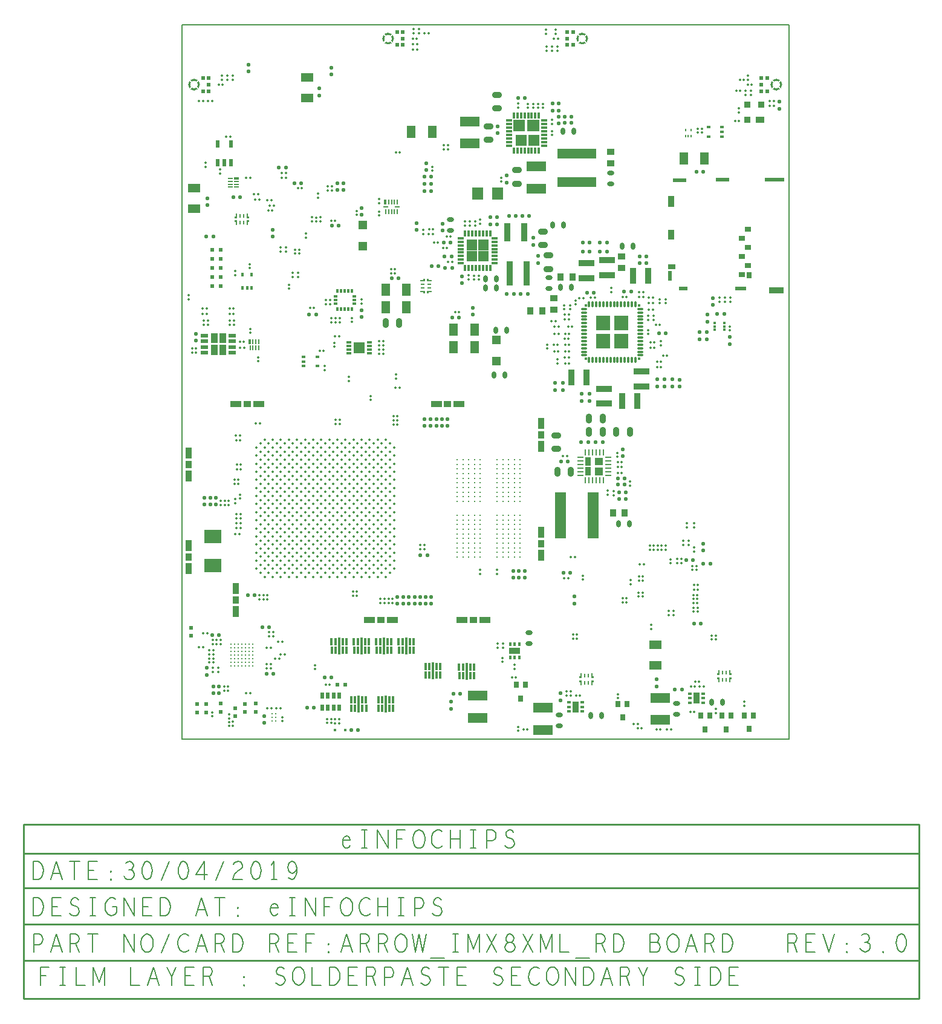
<source format=gbr>
G04 ================== begin FILE IDENTIFICATION RECORD ==================*
G04 Layout Name:  D:/ml/database/eI_Arrow_IMX8XML_RD_LAYOUT1.brd*
G04 Film Name:    spb.gbr*
G04 File Format:  Gerber RS274X*
G04 File Origin:  Cadence Allegro 17.2-S053*
G04 Origin Date:  Tue Jul 23 18:18:46 2019*
G04 *
G04 Layer:  DRAWING FORMAT/SPB*
G04 Layer:  DRAWING FORMAT/FILM_LABEL_OUTLINE*
G04 Layer:  PIN/PASTEMASK_BOTTOM*
G04 Layer:  PACKAGE GEOMETRY/PASTEMASK_BOTTOM*
G04 Layer:  BOARD GEOMETRY/PASTEMASK_BOTTOM*
G04 Layer:  BOARD GEOMETRY/OUTLINE*
G04 *
G04 Offset:    (0.00 0.00)*
G04 Mirror:    No*
G04 Mode:      Positive*
G04 Rotation:  0*
G04 FullContactRelief:  No*
G04 UndefLineWidth:     5.00*
G04 ================== end FILE IDENTIFICATION RECORD ====================*
%FSLAX25Y25*MOIN*%
%IR0*IPPOS*OFA0.00000B0.00000*MIA0B0*SFA1.00000B1.00000*%
%ADD91R,.035X.1*%
%ADD67R,.11X.055*%
%ADD11R,.107X.024*%
%ADD51C,.01*%
%ADD37C,.011*%
%ADD90R,.216X.055*%
%ADD36C,.014*%
%ADD30R,.008X.014*%
%ADD95R,.038X.134*%
%ADD93R,.062X.256*%
%ADD54R,.026X.009*%
%ADD52R,.009X.026*%
%ADD38R,.027X.009*%
%ADD83R,.012X.012*%
%ADD39R,.009X.027*%
%ADD63R,.033X.033*%
%ADD96R,.063X.063*%
%ADD42R,.01968X.008*%
%ADD47R,.008X.01968*%
%AMMACRO49*
4,1,6,-.008,.012,
.008,.012,
.008,.004,
0.0,.004,
0.0,-.012,
-.008,-.012,
-.008,.012,
0.0*
%
%ADD49MACRO49*%
%AMMACRO45*
4,1,6,.012,-.008,
.012,.008,
.004,.008,
.004,0.0,
-.012,0.0,
-.012,-.008,
.012,-.008,
0.0*
%
%ADD45MACRO45*%
%AMMACRO41*
4,1,6,-.012,-.008,
-.012,.008,
-.004,.008,
-.004,0.0,
.012,0.0,
.012,-.008,
-.012,-.008,
0.0*
%
%ADD41MACRO41*%
%AMMACRO43*
4,1,6,-.012,.008,
-.012,-.008,
-.004,-.008,
-.004,0.0,
.012,0.0,
.012,.008,
-.012,.008,
0.0*
%
%ADD43MACRO43*%
%ADD70O,.024X.02*%
%ADD24R,.012X.02*%
%ADD71O,.02X.024*%
%ADD23R,.02X.012*%
%ADD75O,.04X.024*%
%ADD98R,.041X.02*%
%ADD87R,.032X.012*%
%ADD81O,.011X.036*%
%ADD76O,.015X.014*%
%ADD74O,.024X.04*%
%ADD64R,.02X.032*%
%ADD33R,.02X.024*%
%ADD99R,.014X.022*%
%ADD86R,.012X.032*%
%ADD82O,.036X.011*%
%ADD77O,.014X.015*%
%ADD35R,.016X.02*%
%ADD32R,.024X.02*%
%ADD10R,.021X.024*%
%ADD101R,.022X.014*%
%ADD34R,.02X.016*%
%ADD29R,.024X.04*%
%ADD55R,.026X.013*%
%ADD100R,.062X.032*%
%ADD97R,.028X.012*%
%ADD61R,.016X.014*%
%ADD56R,.032X.044*%
%ADD53R,.013X.026*%
%ADD28R,.018X.012*%
%ADD102R,.032X.062*%
%ADD58R,.044X.032*%
%ADD40R,.013X.027*%
%ADD66O,.056X.035*%
%ADD65O,.035X.056*%
%ADD92R,.063X.071*%
%ADD78R,.05X.048*%
%ADD62R,.047X.033*%
%ADD73R,.039X.034*%
%ADD69R,.071X.047*%
%ADD57R,.032X.059*%
%ADD31R,.028X.035*%
%ADD80R,.03346X.01102*%
%ADD72R,.034X.039*%
%ADD68R,.047X.071*%
%ADD59R,.059X.032*%
%ADD79R,.01102X.03346*%
%ADD26R,.01181X.04213*%
%ADD94C,.008*%
%ADD12R,.079X.034*%
%ADD85R,.087X.036*%
%ADD22R,.03543X.0315*%
%ADD84R,.036X.087*%
%ADD60R,.095X.075*%
%ADD25R,.01772X.04213*%
%ADD19R,.04606X.02126*%
%ADD89R,.03365X.01181*%
%ADD88R,.01181X.03365*%
%ADD27R,.01181X.04528*%
%ADD17R,.02165X.05236*%
%ADD15R,.03583X.06024*%
%ADD14R,.0748X.02362*%
%ADD21R,.02953X.03543*%
%ADD16R,.03583X.05236*%
%ADD20R,.06299X.02126*%
%AMMACRO50*
4,1,6,.008,.012,
-.008,.012,
-.008,.004,
0.0,.004,
0.0,-.012,
.008,-.012,
.008,.012,
0.0*
%
%ADD50MACRO50*%
%ADD18R,.03858X.02756*%
%ADD13R,.0748X.01969*%
%AMMACRO46*
4,1,6,.008,-.012,
-.008,-.012,
-.008,-.004,
0.0,-.004,
0.0,.012,
.008,.012,
.008,-.012,
0.0*
%
%ADD46MACRO46*%
%AMMACRO48*
4,1,6,-.008,-.012,
.008,-.012,
.008,-.004,
0.0,-.004,
0.0,.012,
-.008,.012,
-.008,-.012,
0.0*
%
%ADD48MACRO48*%
%AMMACRO44*
4,1,6,.012,.008,
.012,-.008,
.004,-.008,
.004,0.0,
-.012,0.0,
-.012,.008,
.012,.008,
0.0*
%
%ADD44MACRO44*%
%ADD103C,.005*%
G75*
%LPD*%
G75*
G36*
G01X159000Y281500D02*
Y275100D01*
X165600D01*
Y281500D01*
X159000D01*
G37*
G36*
G01X151400D02*
Y275100D01*
X157800D01*
Y281500D01*
X151400D01*
G37*
G36*
G01X152800Y273200D02*
Y267100D01*
X158739D01*
Y273200D01*
X152800D01*
G37*
G36*
G01X159739D02*
Y267100D01*
X165600D01*
Y273200D01*
X159739D01*
G37*
G36*
G01X294255Y298339D02*
X295100Y299183D01*
G03X297434I1167J1733D01*
G01X298279Y298339D01*
G02X294255I-2012J2577D01*
G37*
G36*
G01X293690Y302928D02*
X294534Y302083D01*
G03Y299749I1733J-1167D01*
G01X293690Y298904D01*
G02Y302928I2577J2012D01*
G37*
G36*
G01X298279Y303493D02*
X297434Y302649D01*
G03X295100I-1167J-1733D01*
G01X294255Y303493D01*
G02X298279I2012J-2577D01*
G37*
G36*
G01X298844Y298904D02*
X298000Y299749D01*
G03Y302083I-1733J1167D01*
G01X298844Y302928D01*
G02Y298904I-2577J-2012D01*
G37*
G36*
G01X-22156D02*
X-23000Y299749D01*
G03Y302083I-1733J1167D01*
G01X-22156Y302928D01*
G02Y298904I-2577J-2012D01*
G37*
G36*
G01X-22721Y303493D02*
X-23566Y302649D01*
G03X-25900I-1167J-1733D01*
G01X-26745Y303493D01*
G02X-22721I2012J-2577D01*
G37*
G36*
G01X-27310Y302928D02*
X-26466Y302083D01*
G03Y299749I1733J-1167D01*
G01X-27310Y298904D01*
G02Y302928I2577J2012D01*
G37*
G36*
G01X-26745Y298339D02*
X-25900Y299183D01*
G03X-23566I1167J1733D01*
G01X-22721Y298339D01*
G02X-26745I-2012J2577D01*
G37*
G36*
G01X80255Y323723D02*
X81100Y324567D01*
G03X83434I1167J1733D01*
G01X84279Y323723D01*
G02X80255I-2012J2577D01*
G37*
G36*
G01X79690Y328312D02*
X80534Y327467D01*
G03Y325133I1733J-1167D01*
G01X79690Y324288D01*
G02Y328312I2577J2012D01*
G37*
G36*
G01X84279Y328877D02*
X83434Y328033D01*
G03X81100I-1167J-1733D01*
G01X80255Y328877D01*
G02X84279I2012J-2577D01*
G37*
G36*
G01X84844Y324288D02*
X84000Y325133D01*
G03Y327467I-1733J1167D01*
G01X84844Y328312D01*
G02Y324288I-2577J-2012D01*
G37*
G36*
G01X191844D02*
X191000Y325133D01*
G03Y327467I-1733J1167D01*
G01X191844Y328312D01*
G02Y324288I-2577J-2012D01*
G37*
G36*
G01X191279Y328877D02*
X190434Y328033D01*
G03X188100I-1167J-1733D01*
G01X187255Y328877D01*
G02X191279I2012J-2577D01*
G37*
G36*
G01X186690Y328312D02*
X187534Y327467D01*
G03Y325133I1733J-1167D01*
G01X186690Y324288D01*
G02Y328312I2577J2012D01*
G37*
G36*
G01X187255Y323723D02*
X188100Y324567D01*
G03X190434I1167J1733D01*
G01X191279Y323723D01*
G02X187255I-2012J2577D01*
G37*
G36*
G01X194034Y95418D02*
X191034D01*
Y90918D01*
X194034D01*
Y95418D01*
G37*
G36*
G01Y90117D02*
X191034D01*
Y85617D01*
X194034D01*
Y90117D01*
G37*
G36*
G01X206892Y155500D02*
X214500D01*
Y163466D01*
X206892D01*
Y155500D01*
G37*
G36*
G01Y165566D02*
X214500D01*
Y173500D01*
X206892D01*
Y165566D01*
G37*
G36*
G01X197000D02*
X204792D01*
Y173500D01*
X197000D01*
Y165566D01*
G37*
G36*
G01Y155500D02*
X204792D01*
Y163466D01*
X197000D01*
Y155500D01*
G37*
G36*
G01X-11783Y158416D02*
Y163816D01*
X-15383D01*
Y158416D01*
X-11783D01*
G37*
G36*
G01X-7189Y158414D02*
Y163814D01*
X-10789D01*
Y158414D01*
X-7189D01*
G37*
G36*
G01X-7191Y152011D02*
Y157411D01*
X-10791D01*
Y152011D01*
X-7191D01*
G37*
G36*
G01X-11783Y152008D02*
Y157408D01*
X-15383D01*
Y152008D01*
X-11783D01*
G37*
G36*
G01X196334Y85717D02*
Y89917D01*
X200734D01*
Y85717D01*
X196334D01*
G37*
G36*
G01X196331Y91118D02*
Y95318D01*
X200731D01*
Y91118D01*
X196331D01*
G37*
G36*
G01X131895Y209105D02*
X137604D01*
Y203396D01*
X131895D01*
Y209105D01*
G37*
G36*
G01Y215404D02*
X137604D01*
Y209695D01*
X131895D01*
Y215404D01*
G37*
G36*
G01X125596D02*
X131305D01*
Y209695D01*
X125596D01*
Y215404D01*
G37*
G36*
G01Y209105D02*
X131305D01*
Y203396D01*
X125596D01*
Y209105D01*
G37*
G54D100*
X152117Y-11084D03*
G54D101*
X248517Y-39743D03*
Y-37184D03*
Y-34625D03*
X255917D03*
Y-37184D03*
Y-39743D03*
X182017Y-44543D03*
Y-41984D03*
Y-39425D03*
X189417D03*
Y-41984D03*
Y-44543D03*
G54D102*
X252217Y-37184D03*
X185717Y-41984D03*
G54D103*
G01X302700Y-177034D02*
Y-167034D01*
X305825D01*
X306825Y-167534D01*
X307450Y-168201D01*
X307700Y-169534D01*
X307450Y-170867D01*
X306700Y-171701D01*
X305825Y-172201D01*
X302700D01*
G01X305825D02*
X307700Y-177034D01*
G01X317700D02*
X312700D01*
Y-167034D01*
X317700D01*
G01X315700Y-171867D02*
X312700D01*
G01X322075Y-167034D02*
X325200Y-177034D01*
X328325Y-167034D01*
G01X335200Y-177367D02*
X334950Y-177201D01*
Y-176867D01*
X335200Y-176701D01*
X335450Y-176867D01*
Y-177201D01*
X335200Y-177367D01*
G01Y-172868D02*
X334950Y-172701D01*
Y-172367D01*
X335200Y-172201D01*
X335450Y-172367D01*
Y-172701D01*
X335200Y-172868D01*
G01X342450Y-175034D02*
X343200Y-176201D01*
X344200Y-176867D01*
X345325Y-177034D01*
X346325Y-176867D01*
X347325Y-176034D01*
X347950Y-175034D01*
X348075Y-174034D01*
X347825Y-172868D01*
X346950Y-172034D01*
X346075Y-171701D01*
X344950D01*
G01X346075D02*
X346825Y-171201D01*
X347450Y-170368D01*
X347700Y-169367D01*
X347450Y-168367D01*
X346825Y-167534D01*
X345700Y-167034D01*
X344575Y-167201D01*
X343450Y-167867D01*
G01X355200Y-177367D02*
X354950Y-177201D01*
Y-176867D01*
X355200Y-176701D01*
X355450Y-176867D01*
Y-177201D01*
X355200Y-177367D01*
G01X365200Y-167034D02*
X364200Y-167367D01*
X363450Y-168201D01*
X362950Y-169201D01*
X362575Y-170534D01*
X362450Y-172034D01*
X362575Y-173534D01*
X362950Y-174867D01*
X363450Y-175868D01*
X364200Y-176701D01*
X365200Y-177034D01*
X366200Y-176701D01*
X366950Y-175868D01*
X367450Y-174867D01*
X367825Y-173534D01*
X367950Y-172034D01*
X367825Y-170534D01*
X367450Y-169201D01*
X366950Y-168201D01*
X366200Y-167367D01*
X365200Y-167034D01*
G01X-113321Y-137140D02*
Y-127140D01*
X-110821D01*
X-109821Y-127640D01*
X-109071Y-128307D01*
X-108446Y-129307D01*
X-107946Y-130474D01*
X-107821Y-132140D01*
X-107946Y-133807D01*
X-108446Y-134973D01*
X-109071Y-135974D01*
X-109821Y-136640D01*
X-110821Y-137140D01*
X-113321D01*
G01X-103696D02*
X-100571Y-127140D01*
X-97446Y-137140D01*
G01X-98571Y-133640D02*
X-102571D01*
G01X-90571Y-127140D02*
Y-137140D01*
G01X-93446Y-127140D02*
X-87696D01*
G01X-78071Y-137140D02*
X-83071D01*
Y-127140D01*
X-78071D01*
G01X-80071Y-131973D02*
X-83071D01*
G01X-70571Y-137473D02*
X-70821Y-137307D01*
Y-136973D01*
X-70571Y-136807D01*
X-70321Y-136973D01*
Y-137307D01*
X-70571Y-137473D01*
G01Y-132974D02*
X-70821Y-132807D01*
Y-132473D01*
X-70571Y-132307D01*
X-70321Y-132473D01*
Y-132807D01*
X-70571Y-132974D01*
G01X-63321Y-135140D02*
X-62571Y-136307D01*
X-61571Y-136973D01*
X-60446Y-137140D01*
X-59446Y-136973D01*
X-58446Y-136140D01*
X-57821Y-135140D01*
X-57696Y-134140D01*
X-57946Y-132974D01*
X-58821Y-132140D01*
X-59696Y-131807D01*
X-60821D01*
G01X-59696D02*
X-58946Y-131307D01*
X-58321Y-130474D01*
X-58071Y-129473D01*
X-58321Y-128473D01*
X-58946Y-127640D01*
X-60071Y-127140D01*
X-61196Y-127307D01*
X-62321Y-127973D01*
G01X-50571Y-127140D02*
X-51571Y-127473D01*
X-52321Y-128307D01*
X-52821Y-129307D01*
X-53196Y-130640D01*
X-53321Y-132140D01*
X-53196Y-133640D01*
X-52821Y-134973D01*
X-52321Y-135974D01*
X-51571Y-136807D01*
X-50571Y-137140D01*
X-49571Y-136807D01*
X-48821Y-135974D01*
X-48321Y-134973D01*
X-47946Y-133640D01*
X-47821Y-132140D01*
X-47946Y-130640D01*
X-48321Y-129307D01*
X-48821Y-128307D01*
X-49571Y-127473D01*
X-50571Y-127140D01*
G01X-42821Y-137473D02*
X-38321Y-127140D01*
G01X-30571D02*
X-31571Y-127473D01*
X-32321Y-128307D01*
X-32821Y-129307D01*
X-33196Y-130640D01*
X-33321Y-132140D01*
X-33196Y-133640D01*
X-32821Y-134973D01*
X-32321Y-135974D01*
X-31571Y-136807D01*
X-30571Y-137140D01*
X-29571Y-136807D01*
X-28821Y-135974D01*
X-28321Y-134973D01*
X-27946Y-133640D01*
X-27821Y-132140D01*
X-27946Y-130640D01*
X-28321Y-129307D01*
X-28821Y-128307D01*
X-29571Y-127473D01*
X-30571Y-127140D01*
G01X-19071Y-137140D02*
Y-127140D01*
X-23696Y-134307D01*
X-17446D01*
G01X-12821Y-137473D02*
X-8321Y-127140D01*
G01X-2946Y-128807D02*
X-2196Y-127807D01*
X-1321Y-127307D01*
X-321Y-127140D01*
X929Y-127473D01*
X1804Y-128307D01*
X2054Y-129307D01*
X1929Y-130307D01*
X1429Y-131140D01*
X-1071Y-132807D01*
X-2196Y-133973D01*
X-2946Y-135640D01*
X-3196Y-137140D01*
X2054D01*
G01X9429Y-127140D02*
X8429Y-127473D01*
X7679Y-128307D01*
X7179Y-129307D01*
X6804Y-130640D01*
X6679Y-132140D01*
X6804Y-133640D01*
X7179Y-134973D01*
X7679Y-135974D01*
X8429Y-136807D01*
X9429Y-137140D01*
X10429Y-136807D01*
X11179Y-135974D01*
X11679Y-134973D01*
X12054Y-133640D01*
X12179Y-132140D01*
X12054Y-130640D01*
X11679Y-129307D01*
X11179Y-128307D01*
X10429Y-127473D01*
X9429Y-127140D01*
G01X19429Y-137140D02*
Y-127140D01*
X17929Y-129140D01*
G01Y-137140D02*
X20929D01*
G01X27304Y-135974D02*
X28179Y-136807D01*
X29179Y-137140D01*
X30179Y-136807D01*
X31054Y-135807D01*
X31679Y-134307D01*
X31929Y-132807D01*
Y-130973D01*
X31679Y-129473D01*
X31054Y-128140D01*
X30304Y-127473D01*
X29429Y-127140D01*
X28429Y-127473D01*
X27679Y-128140D01*
X27179Y-129140D01*
X26929Y-130474D01*
X27179Y-131640D01*
X27804Y-132807D01*
X28554Y-133474D01*
X29429Y-133640D01*
X30429Y-133307D01*
X31179Y-132473D01*
X31929Y-130973D01*
G01X-113321Y-157140D02*
Y-147140D01*
X-110821D01*
X-109821Y-147640D01*
X-109071Y-148307D01*
X-108446Y-149307D01*
X-107946Y-150474D01*
X-107821Y-152140D01*
X-107946Y-153807D01*
X-108446Y-154973D01*
X-109071Y-155974D01*
X-109821Y-156640D01*
X-110821Y-157140D01*
X-113321D01*
G01X-98071D02*
X-103071D01*
Y-147140D01*
X-98071D01*
G01X-100071Y-151973D02*
X-103071D01*
G01X-93196Y-155807D02*
X-92196Y-156640D01*
X-91071Y-157140D01*
X-90071D01*
X-89071Y-156640D01*
X-88321Y-155807D01*
X-87946Y-154640D01*
X-88196Y-153474D01*
X-88821Y-152473D01*
X-89946Y-151807D01*
X-91446Y-151473D01*
X-92321Y-150807D01*
X-92696Y-149640D01*
X-92446Y-148473D01*
X-91821Y-147640D01*
X-90946Y-147140D01*
X-90071D01*
X-89196Y-147473D01*
X-88446Y-148307D01*
G01X-82071Y-147140D02*
X-79071D01*
G01X-80571D02*
Y-157140D01*
G01X-82071D02*
X-79071D01*
G01X-69821Y-152140D02*
X-67321D01*
Y-155140D01*
X-68071Y-156140D01*
X-68946Y-156807D01*
X-70196Y-157140D01*
X-71446Y-156807D01*
X-72321Y-156140D01*
X-73071Y-155140D01*
X-73571Y-153973D01*
X-73821Y-152640D01*
Y-151473D01*
X-73571Y-150474D01*
X-73071Y-149307D01*
X-72321Y-148307D01*
X-71571Y-147640D01*
X-70571Y-147140D01*
X-69696D01*
X-68696Y-147473D01*
X-67946Y-148140D01*
G01X-63446Y-157140D02*
Y-147140D01*
X-57696Y-157140D01*
Y-147140D01*
G01X-48071Y-157140D02*
X-53071D01*
Y-147140D01*
X-48071D01*
G01X-50071Y-151973D02*
X-53071D01*
G01X-43321Y-157140D02*
Y-147140D01*
X-40821D01*
X-39821Y-147640D01*
X-39071Y-148307D01*
X-38446Y-149307D01*
X-37946Y-150474D01*
X-37821Y-152140D01*
X-37946Y-153807D01*
X-38446Y-154973D01*
X-39071Y-155974D01*
X-39821Y-156640D01*
X-40821Y-157140D01*
X-43321D01*
G01X-23696D02*
X-20571Y-147140D01*
X-17446Y-157140D01*
G01X-18571Y-153640D02*
X-22571D01*
G01X-10571Y-147140D02*
Y-157140D01*
G01X-13446Y-147140D02*
X-7696D01*
G01X-571Y-157473D02*
X-821Y-157307D01*
Y-156973D01*
X-571Y-156807D01*
X-321Y-156973D01*
Y-157307D01*
X-571Y-157473D01*
G01Y-152974D02*
X-821Y-152807D01*
Y-152473D01*
X-571Y-152307D01*
X-321Y-152473D01*
Y-152807D01*
X-571Y-152974D01*
G01X17554Y-152640D02*
X21554D01*
X21179Y-151473D01*
X20554Y-150807D01*
X19679Y-150474D01*
X18804Y-150640D01*
X18054Y-151140D01*
X17554Y-152307D01*
X17304Y-153307D01*
Y-154307D01*
X17554Y-155307D01*
X18179Y-156307D01*
X18929Y-156973D01*
X19804Y-157140D01*
X20679Y-156807D01*
X21554Y-155807D01*
G01X27929Y-147140D02*
X30929D01*
G01X29429D02*
Y-157140D01*
G01X27929D02*
X30929D01*
G01X36554D02*
Y-147140D01*
X42304Y-157140D01*
Y-147140D01*
G01X47054Y-157140D02*
Y-147140D01*
X51804D01*
G01X50054Y-151973D02*
X47054D01*
G01X59429Y-157140D02*
X58429Y-156973D01*
X57554Y-156307D01*
X56804Y-155307D01*
X56304Y-154140D01*
X56054Y-152807D01*
Y-151473D01*
X56304Y-150140D01*
X56804Y-148973D01*
X57554Y-147973D01*
X58429Y-147307D01*
X59429Y-147140D01*
X60429Y-147307D01*
X61304Y-147973D01*
X62054Y-148973D01*
X62554Y-150140D01*
X62804Y-151473D01*
Y-152807D01*
X62554Y-154140D01*
X62054Y-155307D01*
X61304Y-156307D01*
X60429Y-156973D01*
X59429Y-157140D01*
G01X72179Y-147973D02*
X71429Y-147473D01*
X70554Y-147140D01*
X69554D01*
X68429Y-147640D01*
X67554Y-148473D01*
X66929Y-149473D01*
X66429Y-151140D01*
X66304Y-152640D01*
X66554Y-154140D01*
X66929Y-155140D01*
X67679Y-156140D01*
X68554Y-156807D01*
X69429Y-157140D01*
X70304D01*
X71179Y-156807D01*
X71929Y-156307D01*
X72554Y-155640D01*
G01X76804Y-157140D02*
Y-147140D01*
G01X82054D02*
Y-157140D01*
G01Y-152140D02*
X76804D01*
G01X87929Y-147140D02*
X90929D01*
G01X89429D02*
Y-157140D01*
G01X87929D02*
X90929D01*
G01X96929D02*
Y-147140D01*
X99929D01*
X100929Y-147640D01*
X101679Y-148807D01*
X101929Y-150140D01*
X101679Y-151473D01*
X101054Y-152473D01*
X99929Y-152974D01*
X96929D01*
G01X106804Y-155807D02*
X107804Y-156640D01*
X108929Y-157140D01*
X109929D01*
X110929Y-156640D01*
X111679Y-155807D01*
X112054Y-154640D01*
X111804Y-153474D01*
X111179Y-152473D01*
X110054Y-151807D01*
X108554Y-151473D01*
X107679Y-150807D01*
X107304Y-149640D01*
X107554Y-148473D01*
X108179Y-147640D01*
X109054Y-147140D01*
X109929D01*
X110804Y-147473D01*
X111554Y-148307D01*
G01X-113071Y-177140D02*
Y-167140D01*
X-110071D01*
X-109071Y-167640D01*
X-108321Y-168807D01*
X-108071Y-170140D01*
X-108321Y-171473D01*
X-108946Y-172473D01*
X-110071Y-172974D01*
X-113071D01*
G01X-103696Y-177140D02*
X-100571Y-167140D01*
X-97446Y-177140D01*
G01X-98571Y-173640D02*
X-102571D01*
G01X-93071Y-177140D02*
Y-167140D01*
X-89946D01*
X-88946Y-167640D01*
X-88321Y-168307D01*
X-88071Y-169640D01*
X-88321Y-170973D01*
X-89071Y-171807D01*
X-89946Y-172307D01*
X-93071D01*
G01X-89946D02*
X-88071Y-177140D01*
G01X-80571Y-167140D02*
Y-177140D01*
G01X-83446Y-167140D02*
X-77696D01*
G01X-63446Y-177140D02*
Y-167140D01*
X-57696Y-177140D01*
Y-167140D01*
G01X-50571Y-177140D02*
X-51571Y-176973D01*
X-52446Y-176307D01*
X-53196Y-175307D01*
X-53696Y-174140D01*
X-53946Y-172807D01*
Y-171473D01*
X-53696Y-170140D01*
X-53196Y-168973D01*
X-52446Y-167973D01*
X-51571Y-167307D01*
X-50571Y-167140D01*
X-49571Y-167307D01*
X-48696Y-167973D01*
X-47946Y-168973D01*
X-47446Y-170140D01*
X-47196Y-171473D01*
Y-172807D01*
X-47446Y-174140D01*
X-47946Y-175307D01*
X-48696Y-176307D01*
X-49571Y-176973D01*
X-50571Y-177140D01*
G01X-42821Y-177473D02*
X-38321Y-167140D01*
G01X-27821Y-167973D02*
X-28571Y-167473D01*
X-29446Y-167140D01*
X-30446D01*
X-31571Y-167640D01*
X-32446Y-168473D01*
X-33071Y-169473D01*
X-33571Y-171140D01*
X-33696Y-172640D01*
X-33446Y-174140D01*
X-33071Y-175140D01*
X-32321Y-176140D01*
X-31446Y-176807D01*
X-30571Y-177140D01*
X-29696D01*
X-28821Y-176807D01*
X-28071Y-176307D01*
X-27446Y-175640D01*
G01X-23696Y-177140D02*
X-20571Y-167140D01*
X-17446Y-177140D01*
G01X-18571Y-173640D02*
X-22571D01*
G01X-13071Y-177140D02*
Y-167140D01*
X-9946D01*
X-8946Y-167640D01*
X-8321Y-168307D01*
X-8071Y-169640D01*
X-8321Y-170973D01*
X-9071Y-171807D01*
X-9946Y-172307D01*
X-13071D01*
G01X-9946D02*
X-8071Y-177140D01*
G01X-3321D02*
Y-167140D01*
X-821D01*
X179Y-167640D01*
X929Y-168307D01*
X1554Y-169307D01*
X2054Y-170474D01*
X2179Y-172140D01*
X2054Y-173807D01*
X1554Y-174973D01*
X929Y-175974D01*
X179Y-176640D01*
X-821Y-177140D01*
X-3321D01*
G01X16929D02*
Y-167140D01*
X20054D01*
X21054Y-167640D01*
X21679Y-168307D01*
X21929Y-169640D01*
X21679Y-170973D01*
X20929Y-171807D01*
X20054Y-172307D01*
X16929D01*
G01X20054D02*
X21929Y-177140D01*
G01X31929D02*
X26929D01*
Y-167140D01*
X31929D01*
G01X29929Y-171973D02*
X26929D01*
G01X37054Y-177140D02*
Y-167140D01*
X41804D01*
G01X40054Y-171973D02*
X37054D01*
G01X49429Y-177473D02*
X49179Y-177307D01*
Y-176973D01*
X49429Y-176807D01*
X49679Y-176973D01*
Y-177307D01*
X49429Y-177473D01*
G01Y-172974D02*
X49179Y-172807D01*
Y-172473D01*
X49429Y-172307D01*
X49679Y-172473D01*
Y-172807D01*
X49429Y-172974D01*
G01X56304Y-177140D02*
X59429Y-167140D01*
X62554Y-177140D01*
G01X61429Y-173640D02*
X57429D01*
G01X66929Y-177140D02*
Y-167140D01*
X70054D01*
X71054Y-167640D01*
X71679Y-168307D01*
X71929Y-169640D01*
X71679Y-170973D01*
X70929Y-171807D01*
X70054Y-172307D01*
X66929D01*
G01X70054D02*
X71929Y-177140D01*
G01X76929D02*
Y-167140D01*
X80054D01*
X81054Y-167640D01*
X81679Y-168307D01*
X81929Y-169640D01*
X81679Y-170973D01*
X80929Y-171807D01*
X80054Y-172307D01*
X76929D01*
G01X80054D02*
X81929Y-177140D01*
G01X89429D02*
X88429Y-176973D01*
X87554Y-176307D01*
X86804Y-175307D01*
X86304Y-174140D01*
X86054Y-172807D01*
Y-171473D01*
X86304Y-170140D01*
X86804Y-168973D01*
X87554Y-167973D01*
X88429Y-167307D01*
X89429Y-167140D01*
X90429Y-167307D01*
X91304Y-167973D01*
X92054Y-168973D01*
X92554Y-170140D01*
X92804Y-171473D01*
Y-172807D01*
X92554Y-174140D01*
X92054Y-175307D01*
X91304Y-176307D01*
X90429Y-176973D01*
X89429Y-177140D01*
G01X95679Y-167140D02*
X97429Y-177140D01*
X99429Y-167140D01*
X101429Y-177140D01*
X103179Y-167140D01*
G01X105679Y-180473D02*
X113179D01*
G01X117929Y-167140D02*
X120929D01*
G01X119429D02*
Y-177140D01*
G01X117929D02*
X120929D01*
G01X126179D02*
Y-167140D01*
X129429Y-175473D01*
X132679Y-167140D01*
Y-177140D01*
G01X136804D02*
X142054Y-167140D01*
G01X136804D02*
X142054Y-177140D01*
G01X149429D02*
X150304Y-176973D01*
X151304Y-176473D01*
X151929Y-175640D01*
X152179Y-174473D01*
X151929Y-173307D01*
X151179Y-172307D01*
X150054Y-171807D01*
X148804D01*
X148054Y-171473D01*
X147429Y-170640D01*
X147179Y-169473D01*
X147554Y-168307D01*
X148429Y-167473D01*
X149429Y-167140D01*
X150429Y-167473D01*
X151304Y-168307D01*
X151679Y-169473D01*
X151429Y-170640D01*
X150804Y-171473D01*
X150054Y-171807D01*
X148804D01*
X147679Y-172307D01*
X146929Y-173307D01*
X146679Y-174473D01*
X146929Y-175640D01*
X147554Y-176473D01*
X148554Y-176973D01*
X149429Y-177140D01*
G01X156804D02*
X162054Y-167140D01*
G01X156804D02*
X162054Y-177140D01*
G01X166179D02*
Y-167140D01*
X169429Y-175473D01*
X172679Y-167140D01*
Y-177140D01*
G01X176929Y-167140D02*
Y-177140D01*
X181929D01*
G01X185679Y-180473D02*
X193179D01*
G01X196929Y-177140D02*
Y-167140D01*
X200054D01*
X201054Y-167640D01*
X201679Y-168307D01*
X201929Y-169640D01*
X201679Y-170973D01*
X200929Y-171807D01*
X200054Y-172307D01*
X196929D01*
G01X200054D02*
X201929Y-177140D01*
G01X206679D02*
Y-167140D01*
X209179D01*
X210179Y-167640D01*
X210929Y-168307D01*
X211554Y-169307D01*
X212054Y-170474D01*
X212179Y-172140D01*
X212054Y-173807D01*
X211554Y-174973D01*
X210929Y-175974D01*
X210179Y-176640D01*
X209179Y-177140D01*
X206679D01*
G01X230429Y-171807D02*
X230929Y-171307D01*
X231304Y-170474D01*
X231554Y-169307D01*
X231304Y-168307D01*
X230804Y-167640D01*
X229929Y-167140D01*
X226554D01*
Y-177140D01*
X230679D01*
X231554Y-176473D01*
X232054Y-175473D01*
X232304Y-174307D01*
X232054Y-173140D01*
X231304Y-172140D01*
X230429Y-171807D01*
X226554D01*
G01X239429Y-177140D02*
X238429Y-176973D01*
X237554Y-176307D01*
X236804Y-175307D01*
X236304Y-174140D01*
X236054Y-172807D01*
Y-171473D01*
X236304Y-170140D01*
X236804Y-168973D01*
X237554Y-167973D01*
X238429Y-167307D01*
X239429Y-167140D01*
X240429Y-167307D01*
X241304Y-167973D01*
X242054Y-168973D01*
X242554Y-170140D01*
X242804Y-171473D01*
Y-172807D01*
X242554Y-174140D01*
X242054Y-175307D01*
X241304Y-176307D01*
X240429Y-176973D01*
X239429Y-177140D01*
G01X246304D02*
X249429Y-167140D01*
X252554Y-177140D01*
G01X251429Y-173640D02*
X247429D01*
G01X256929Y-177140D02*
Y-167140D01*
X260054D01*
X261054Y-167640D01*
X261679Y-168307D01*
X261929Y-169640D01*
X261679Y-170973D01*
X260929Y-171807D01*
X260054Y-172307D01*
X256929D01*
G01X260054D02*
X261929Y-177140D01*
G01X266679D02*
Y-167140D01*
X269179D01*
X270179Y-167640D01*
X270929Y-168307D01*
X271554Y-169307D01*
X272054Y-170474D01*
X272179Y-172140D01*
X272054Y-173807D01*
X271554Y-174973D01*
X270929Y-175974D01*
X270179Y-176640D01*
X269179Y-177140D01*
X266679D01*
G01X-109492Y-195350D02*
Y-185350D01*
X-104742D01*
G01X-106492Y-190183D02*
X-109492D01*
G01X-98617Y-185350D02*
X-95617D01*
G01X-97117D02*
Y-195350D01*
G01X-98617D02*
X-95617D01*
G01X-89617Y-185350D02*
Y-195350D01*
X-84617D01*
G01X-80367D02*
Y-185350D01*
X-77117Y-193683D01*
X-73867Y-185350D01*
Y-195350D01*
G01X-59617Y-185350D02*
Y-195350D01*
X-54617D01*
G01X-50242D02*
X-47117Y-185350D01*
X-43992Y-195350D01*
G01X-45117Y-191850D02*
X-49117D01*
G01X-37117Y-195350D02*
Y-190850D01*
X-39617Y-185350D01*
G01X-34617D02*
X-37117Y-190850D01*
G01X-24617Y-195350D02*
X-29617D01*
Y-185350D01*
X-24617D01*
G01X-26617Y-190183D02*
X-29617D01*
G01X-19617Y-195350D02*
Y-185350D01*
X-16492D01*
X-15492Y-185850D01*
X-14867Y-186517D01*
X-14617Y-187850D01*
X-14867Y-189183D01*
X-15617Y-190017D01*
X-16492Y-190517D01*
X-19617D01*
G01X-16492D02*
X-14617Y-195350D01*
G01X2883Y-195683D02*
X2633Y-195517D01*
Y-195183D01*
X2883Y-195017D01*
X3133Y-195183D01*
Y-195517D01*
X2883Y-195683D01*
G01Y-191184D02*
X2633Y-191017D01*
Y-190683D01*
X2883Y-190517D01*
X3133Y-190683D01*
Y-191017D01*
X2883Y-191184D01*
G01X20258Y-194017D02*
X21258Y-194850D01*
X22383Y-195350D01*
X23383D01*
X24383Y-194850D01*
X25133Y-194017D01*
X25508Y-192850D01*
X25258Y-191684D01*
X24633Y-190683D01*
X23508Y-190017D01*
X22008Y-189683D01*
X21133Y-189017D01*
X20758Y-187850D01*
X21008Y-186683D01*
X21633Y-185850D01*
X22508Y-185350D01*
X23383D01*
X24258Y-185683D01*
X25008Y-186517D01*
G01X32883Y-195350D02*
X31883Y-195183D01*
X31008Y-194517D01*
X30258Y-193517D01*
X29758Y-192350D01*
X29508Y-191017D01*
Y-189683D01*
X29758Y-188350D01*
X30258Y-187183D01*
X31008Y-186183D01*
X31883Y-185517D01*
X32883Y-185350D01*
X33883Y-185517D01*
X34758Y-186183D01*
X35508Y-187183D01*
X36008Y-188350D01*
X36258Y-189683D01*
Y-191017D01*
X36008Y-192350D01*
X35508Y-193517D01*
X34758Y-194517D01*
X33883Y-195183D01*
X32883Y-195350D01*
G01X40383Y-185350D02*
Y-195350D01*
X45383D01*
G01X50133D02*
Y-185350D01*
X52633D01*
X53633Y-185850D01*
X54383Y-186517D01*
X55008Y-187517D01*
X55508Y-188684D01*
X55633Y-190350D01*
X55508Y-192017D01*
X55008Y-193183D01*
X54383Y-194184D01*
X53633Y-194850D01*
X52633Y-195350D01*
X50133D01*
G01X65383D02*
X60383D01*
Y-185350D01*
X65383D01*
G01X63383Y-190183D02*
X60383D01*
G01X70383Y-195350D02*
Y-185350D01*
X73508D01*
X74508Y-185850D01*
X75133Y-186517D01*
X75383Y-187850D01*
X75133Y-189183D01*
X74383Y-190017D01*
X73508Y-190517D01*
X70383D01*
G01X73508D02*
X75383Y-195350D01*
G01X80383D02*
Y-185350D01*
X83383D01*
X84383Y-185850D01*
X85133Y-187017D01*
X85383Y-188350D01*
X85133Y-189683D01*
X84508Y-190683D01*
X83383Y-191184D01*
X80383D01*
G01X89758Y-195350D02*
X92883Y-185350D01*
X96008Y-195350D01*
G01X94883Y-191850D02*
X90883D01*
G01X100258Y-194017D02*
X101258Y-194850D01*
X102383Y-195350D01*
X103383D01*
X104383Y-194850D01*
X105133Y-194017D01*
X105508Y-192850D01*
X105258Y-191684D01*
X104633Y-190683D01*
X103508Y-190017D01*
X102008Y-189683D01*
X101133Y-189017D01*
X100758Y-187850D01*
X101008Y-186683D01*
X101633Y-185850D01*
X102508Y-185350D01*
X103383D01*
X104258Y-185683D01*
X105008Y-186517D01*
G01X112883Y-185350D02*
Y-195350D01*
G01X110008Y-185350D02*
X115758D01*
G01X125383Y-195350D02*
X120383D01*
Y-185350D01*
X125383D01*
G01X123383Y-190183D02*
X120383D01*
G01X140258Y-194017D02*
X141258Y-194850D01*
X142383Y-195350D01*
X143383D01*
X144383Y-194850D01*
X145133Y-194017D01*
X145508Y-192850D01*
X145258Y-191684D01*
X144633Y-190683D01*
X143508Y-190017D01*
X142008Y-189683D01*
X141133Y-189017D01*
X140758Y-187850D01*
X141008Y-186683D01*
X141633Y-185850D01*
X142508Y-185350D01*
X143383D01*
X144258Y-185683D01*
X145008Y-186517D01*
G01X155383Y-195350D02*
X150383D01*
Y-185350D01*
X155383D01*
G01X153383Y-190183D02*
X150383D01*
G01X165633Y-186183D02*
X164883Y-185683D01*
X164008Y-185350D01*
X163008D01*
X161883Y-185850D01*
X161008Y-186683D01*
X160383Y-187683D01*
X159883Y-189350D01*
X159758Y-190850D01*
X160008Y-192350D01*
X160383Y-193350D01*
X161133Y-194350D01*
X162008Y-195017D01*
X162883Y-195350D01*
X163758D01*
X164633Y-195017D01*
X165383Y-194517D01*
X166008Y-193850D01*
G01X172883Y-195350D02*
X171883Y-195183D01*
X171008Y-194517D01*
X170258Y-193517D01*
X169758Y-192350D01*
X169508Y-191017D01*
Y-189683D01*
X169758Y-188350D01*
X170258Y-187183D01*
X171008Y-186183D01*
X171883Y-185517D01*
X172883Y-185350D01*
X173883Y-185517D01*
X174758Y-186183D01*
X175508Y-187183D01*
X176008Y-188350D01*
X176258Y-189683D01*
Y-191017D01*
X176008Y-192350D01*
X175508Y-193517D01*
X174758Y-194517D01*
X173883Y-195183D01*
X172883Y-195350D01*
G01X180008D02*
Y-185350D01*
X185758Y-195350D01*
Y-185350D01*
G01X190133Y-195350D02*
Y-185350D01*
X192633D01*
X193633Y-185850D01*
X194383Y-186517D01*
X195008Y-187517D01*
X195508Y-188684D01*
X195633Y-190350D01*
X195508Y-192017D01*
X195008Y-193183D01*
X194383Y-194184D01*
X193633Y-194850D01*
X192633Y-195350D01*
X190133D01*
G01X199758D02*
X202883Y-185350D01*
X206008Y-195350D01*
G01X204883Y-191850D02*
X200883D01*
G01X210383Y-195350D02*
Y-185350D01*
X213508D01*
X214508Y-185850D01*
X215133Y-186517D01*
X215383Y-187850D01*
X215133Y-189183D01*
X214383Y-190017D01*
X213508Y-190517D01*
X210383D01*
G01X213508D02*
X215383Y-195350D01*
G01X222883D02*
Y-190850D01*
X220383Y-185350D01*
G01X225383D02*
X222883Y-190850D01*
G01X240258Y-194017D02*
X241258Y-194850D01*
X242383Y-195350D01*
X243383D01*
X244383Y-194850D01*
X245133Y-194017D01*
X245508Y-192850D01*
X245258Y-191684D01*
X244633Y-190683D01*
X243508Y-190017D01*
X242008Y-189683D01*
X241133Y-189017D01*
X240758Y-187850D01*
X241008Y-186683D01*
X241633Y-185850D01*
X242508Y-185350D01*
X243383D01*
X244258Y-185683D01*
X245008Y-186517D01*
G01X251383Y-185350D02*
X254383D01*
G01X252883D02*
Y-195350D01*
G01X251383D02*
X254383D01*
G01X260133D02*
Y-185350D01*
X262633D01*
X263633Y-185850D01*
X264383Y-186517D01*
X265008Y-187517D01*
X265508Y-188684D01*
X265633Y-190350D01*
X265508Y-192017D01*
X265008Y-193183D01*
X264383Y-194184D01*
X263633Y-194850D01*
X262633Y-195350D01*
X260133D01*
G01X275383D02*
X270383D01*
Y-185350D01*
X275383D01*
G01X273383Y-190183D02*
X270383D01*
G01X57425Y-115300D02*
X61425D01*
X61050Y-114133D01*
X60425Y-113467D01*
X59550Y-113134D01*
X58675Y-113300D01*
X57925Y-113800D01*
X57425Y-114967D01*
X57175Y-115967D01*
Y-116967D01*
X57425Y-117967D01*
X58050Y-118967D01*
X58800Y-119633D01*
X59675Y-119800D01*
X60550Y-119467D01*
X61425Y-118467D01*
G01X67800Y-109800D02*
X70800D01*
G01X69300D02*
Y-119800D01*
G01X67800D02*
X70800D01*
G01X76425D02*
Y-109800D01*
X82175Y-119800D01*
Y-109800D01*
G01X86925Y-119800D02*
Y-109800D01*
X91675D01*
G01X89925Y-114633D02*
X86925D01*
G01X99300Y-119800D02*
X98300Y-119633D01*
X97425Y-118967D01*
X96675Y-117967D01*
X96175Y-116800D01*
X95925Y-115467D01*
Y-114133D01*
X96175Y-112800D01*
X96675Y-111633D01*
X97425Y-110633D01*
X98300Y-109967D01*
X99300Y-109800D01*
X100300Y-109967D01*
X101175Y-110633D01*
X101925Y-111633D01*
X102425Y-112800D01*
X102675Y-114133D01*
Y-115467D01*
X102425Y-116800D01*
X101925Y-117967D01*
X101175Y-118967D01*
X100300Y-119633D01*
X99300Y-119800D01*
G01X112050Y-110633D02*
X111300Y-110133D01*
X110425Y-109800D01*
X109425D01*
X108300Y-110300D01*
X107425Y-111133D01*
X106800Y-112133D01*
X106300Y-113800D01*
X106175Y-115300D01*
X106425Y-116800D01*
X106800Y-117800D01*
X107550Y-118800D01*
X108425Y-119467D01*
X109300Y-119800D01*
X110175D01*
X111050Y-119467D01*
X111800Y-118967D01*
X112425Y-118300D01*
G01X116675Y-119800D02*
Y-109800D01*
G01X121925D02*
Y-119800D01*
G01Y-114800D02*
X116675D01*
G01X127800Y-109800D02*
X130800D01*
G01X129300D02*
Y-119800D01*
G01X127800D02*
X130800D01*
G01X136800D02*
Y-109800D01*
X139800D01*
X140800Y-110300D01*
X141550Y-111467D01*
X141800Y-112800D01*
X141550Y-114133D01*
X140925Y-115133D01*
X139800Y-115634D01*
X136800D01*
G01X146675Y-118467D02*
X147675Y-119300D01*
X148800Y-119800D01*
X149800D01*
X150800Y-119300D01*
X151550Y-118467D01*
X151925Y-117300D01*
X151675Y-116134D01*
X151050Y-115133D01*
X149925Y-114467D01*
X148425Y-114133D01*
X147550Y-113467D01*
X147175Y-112300D01*
X147425Y-111133D01*
X148050Y-110300D01*
X148925Y-109800D01*
X149800D01*
X150675Y-110133D01*
X151425Y-110967D01*
G01X-31446Y-59701D02*
Y334000D01*
X303200D01*
Y-59701D01*
X-31446D01*
G54D10*
X181102Y329843D03*
X184229D03*
Y322757D03*
X181102D03*
Y326300D03*
X-16568Y297373D03*
X-19695D03*
Y304459D03*
X-16568D03*
Y300916D03*
X90432Y322757D03*
X87305D03*
Y329843D03*
X90432D03*
Y326300D03*
X288102Y304459D03*
X291229D03*
Y297373D03*
X288102D03*
Y300916D03*
G54D20*
X276656Y188695D03*
G54D11*
X295238Y248537D03*
G54D21*
X281282Y195899D03*
G54D12*
X296223Y187710D03*
G54D30*
X249178Y275873D03*
X246422D03*
Y272527D03*
X247800D03*
X249178D03*
G54D13*
X266499Y248537D03*
G54D22*
X277246Y216136D03*
Y206136D03*
Y196136D03*
X280593Y221136D03*
Y211136D03*
Y201136D03*
G54D31*
X152858Y-29944D03*
X157976D03*
X155417Y-37424D03*
X254558Y-46944D03*
X259676D03*
X257117Y-54424D03*
X266158Y-46844D03*
X271276D03*
X268717Y-54324D03*
X278658Y-46744D03*
X283776D03*
X281217Y-54224D03*
X208958Y-40444D03*
X214076D03*
X211517Y-47924D03*
G54D40*
X80767Y236195D03*
G54D50*
X188283Y-28652D03*
X264383Y-26952D03*
X-1817Y224748D03*
G54D14*
X242994Y248340D03*
G54D32*
X-14587Y195016D03*
X-10179D03*
X-14587Y210016D03*
X-10179D03*
X-14587Y190016D03*
X-10179D03*
X-14587Y200016D03*
X-10179D03*
X-14587Y205016D03*
X-10179D03*
X54213Y-29684D03*
X58621D03*
G54D23*
X63482Y180234D03*
Y184172D03*
X53286D03*
Y180234D03*
X63482Y182203D03*
X53286D03*
G54D41*
X105085Y193250D03*
G54D15*
X238368Y236470D03*
G54D60*
X-14483Y51897D03*
Y35735D03*
G54D33*
X-1883Y-47088D03*
Y-42680D03*
X9317Y-44688D03*
Y-40280D03*
X-26300Y1504D03*
Y-2904D03*
X-23083Y-44988D03*
Y-40580D03*
X-17983Y-44988D03*
Y-40580D03*
X-9983Y-44688D03*
Y-40280D03*
X3317Y-44788D03*
Y-40380D03*
G54D24*
X54447Y187301D03*
X56415D03*
X62321D03*
X60353D03*
X54447Y177105D03*
X56415D03*
X62321D03*
X60353D03*
X58384Y187301D03*
Y177105D03*
G54D42*
X105085Y190900D03*
Y188932D03*
X101149D03*
Y190900D03*
G54D51*
G01X-118821Y-106640D02*
Y-202840D01*
G01D02*
X356679D01*
G01X-118821Y-181840D02*
X374979D01*
G01X-118821Y-161840D02*
X374979D01*
G01X-118821Y-141840D02*
X374979D01*
G01X355879Y-202840D02*
X374979D01*
Y-106640D01*
X355579D01*
G01X-118821Y-122640D02*
X374979D01*
G01X-118821Y-106640D02*
X356679D01*
X7523Y-7478D03*
X5554D03*
X3586D03*
X1617D03*
X-352D03*
X-2320D03*
X-4289D03*
X7523Y-9447D03*
X5554D03*
X3586D03*
X1617D03*
X-352D03*
X-2320D03*
X-4289D03*
X7523Y-11415D03*
X5554D03*
X3586D03*
X1617D03*
X-352D03*
X-2320D03*
X-4289D03*
X7523Y-13384D03*
X5554D03*
X3586D03*
X1617D03*
X-352D03*
X-2320D03*
X-4289D03*
X7523Y-15353D03*
X5554D03*
X3586D03*
X1617D03*
X-352D03*
X-2320D03*
X-4289D03*
X7523Y-17321D03*
X5554D03*
X3586D03*
X1617D03*
X-352D03*
X-2320D03*
X-4289D03*
X7523Y-19290D03*
X5554D03*
X3586D03*
X1617D03*
X-352D03*
X-2320D03*
X-4289D03*
G54D16*
X238368Y218222D03*
G54D25*
X51134Y-5963D03*
X63434D03*
X75734D03*
X121434Y-19963D03*
X102834Y-19763D03*
X88034Y-5963D03*
X85132Y-42921D03*
X70232Y-42821D03*
G54D61*
X58772Y-54884D03*
X53062D03*
G54D34*
X258960Y277459D03*
Y272341D03*
X266440D03*
Y274900D03*
Y277459D03*
X43256Y145824D03*
Y150942D03*
X35776D03*
Y148383D03*
Y145824D03*
G54D70*
X211784Y96133D03*
Y99901D03*
X230184Y-30667D03*
Y-26899D03*
X44317Y295032D03*
Y298800D03*
X-17500Y238284D03*
Y234516D03*
X213400Y76384D03*
Y72616D03*
X209700D03*
Y76384D03*
X177417Y-38368D03*
Y-34600D03*
X5316Y308199D03*
Y311967D03*
X50884Y306433D03*
Y310201D03*
X123100Y195284D03*
Y191516D03*
X112400Y224184D03*
Y220416D03*
X176300Y279516D03*
Y283284D03*
X184900Y18784D03*
Y15016D03*
X-17700Y-20516D03*
Y-24284D03*
X-10983Y-30800D03*
Y-34568D03*
X255817Y47900D03*
Y44132D03*
X57617Y242732D03*
Y246500D03*
X261200Y179616D03*
Y183384D03*
X270600Y158016D03*
Y161784D03*
X258400Y174084D03*
Y170316D03*
X54417Y246500D03*
Y242732D03*
X-14083Y-30800D03*
Y-34568D03*
X99917Y14732D03*
Y18500D03*
X96817Y14732D03*
Y18500D03*
X103017Y14732D03*
Y18500D03*
X157617Y29232D03*
Y33000D03*
X154417Y29232D03*
Y33000D03*
X151317Y29232D03*
Y33000D03*
X-12683Y73200D03*
Y69432D03*
X93717Y14732D03*
Y18500D03*
X112017Y116600D03*
Y112832D03*
X115117Y116600D03*
Y112832D03*
X-19083Y73200D03*
Y69432D03*
X-15783Y73200D03*
Y69432D03*
X102417Y116600D03*
Y112832D03*
X87417Y14732D03*
Y18500D03*
X106117Y14732D03*
Y18500D03*
X90617Y14732D03*
Y18500D03*
X18717Y221000D03*
Y217232D03*
X103400Y257684D03*
Y253916D03*
X67617Y232900D03*
Y229132D03*
X105717Y116600D03*
Y112832D03*
X108917Y116600D03*
Y112832D03*
X117000Y-42984D03*
Y-39216D03*
X67617Y172732D03*
Y176500D03*
X-23784Y163567D03*
Y159799D03*
X129117Y177900D03*
Y174132D03*
X98000Y220916D03*
Y224684D03*
X298100Y287716D03*
Y291484D03*
X147800Y250784D03*
Y247016D03*
X142800Y274216D03*
Y277984D03*
X243000Y138384D03*
Y134616D03*
X234501Y138416D03*
Y134648D03*
X230801Y138416D03*
Y134648D03*
X238901Y138416D03*
Y134648D03*
X189100Y130484D03*
Y126716D03*
X193300Y130484D03*
Y126716D03*
X178600Y132716D03*
Y136484D03*
X174200Y132716D03*
Y136484D03*
X162400Y212716D03*
Y216484D03*
X165000Y206484D03*
Y202716D03*
X176300Y290484D03*
Y286716D03*
X173000Y290484D03*
Y286716D03*
X14100Y-47116D03*
Y-50884D03*
G54D43*
X105085Y186582D03*
G54D52*
X6155Y155762D03*
X7729D03*
X9305D03*
X10879D03*
Y159070D03*
X9305D03*
X7729D03*
G54D44*
X101149Y186582D03*
G54D17*
X237660Y195525D03*
G54D26*
X51429Y-10805D03*
X53398Y-5963D03*
Y-10805D03*
X57334Y-5963D03*
Y-10805D03*
X59303Y-5963D03*
Y-10805D03*
X63729D03*
X65698Y-5963D03*
Y-10805D03*
X69634Y-5963D03*
Y-10805D03*
X71603Y-5963D03*
Y-10805D03*
X76029D03*
X77998Y-5963D03*
Y-10805D03*
X81934Y-5963D03*
Y-10805D03*
X83903Y-5963D03*
Y-10805D03*
X121729Y-24805D03*
X123698Y-19963D03*
Y-24805D03*
X127634Y-19963D03*
Y-24805D03*
X129603Y-19963D03*
Y-24805D03*
X103129Y-24605D03*
X105098Y-19763D03*
Y-24605D03*
X109034Y-19763D03*
Y-24605D03*
X111003Y-19763D03*
Y-24605D03*
X88329Y-10805D03*
X90298Y-5963D03*
Y-10805D03*
X94234Y-5963D03*
Y-10805D03*
X96203Y-5963D03*
Y-10805D03*
X84837Y-38079D03*
X82868Y-42921D03*
Y-38079D03*
X78932Y-42921D03*
Y-38079D03*
X76963Y-42921D03*
Y-38079D03*
X69937Y-37979D03*
X67968Y-42821D03*
Y-37979D03*
X64032Y-42821D03*
Y-37979D03*
X62063Y-42821D03*
Y-37979D03*
G54D80*
X188158Y85596D03*
Y87564D03*
Y89533D03*
Y91501D03*
Y93470D03*
Y95438D03*
X203710D03*
Y93470D03*
Y91501D03*
Y89533D03*
Y87564D03*
Y85596D03*
G54D62*
X287190Y281556D03*
G54D53*
X5955Y159070D03*
G54D35*
X7076Y196356D03*
X1958D03*
Y188876D03*
X4517D03*
X7076D03*
G54D71*
X252333Y252916D03*
X256101D03*
X208816Y83800D03*
X212584D03*
X244201Y-32384D03*
X240433D03*
X62033Y-54884D03*
X65801D03*
X37533Y-42584D03*
X41301D03*
X-17867Y217116D03*
X-14099D03*
X102316Y250200D03*
X106084D03*
X102316Y246200D03*
X106084D03*
X102316Y242200D03*
X106084D03*
X117484Y199900D03*
X113716D03*
X116684Y213900D03*
X112916D03*
X147716Y185600D03*
X151484D03*
X113416Y206100D03*
X117184D03*
X148916Y228500D03*
X152684D03*
X153816Y293400D03*
X157584D03*
X183384Y283300D03*
X179616D03*
X183384Y279800D03*
X179616D03*
X15333Y-23684D03*
X19101D03*
X12933Y1816D03*
X16701D03*
X-14684Y-2500D03*
X-10916D03*
X4833Y19716D03*
X8601D03*
X250301Y38816D03*
X246533D03*
X47232Y-25617D03*
X51000D03*
X25901Y255116D03*
X22133D03*
X801Y238916D03*
X-2967D03*
X118216Y-34900D03*
X121984D03*
X254116Y164500D03*
X257884D03*
X30533Y246616D03*
X34301D03*
X181368Y93217D03*
X177600D03*
X250933Y3916D03*
X254701D03*
X103901Y41716D03*
X100133D03*
X55001Y223316D03*
X51233D03*
X38716Y174200D03*
X42484D03*
X259901Y37016D03*
X256133D03*
X117633Y172616D03*
X121401D03*
X88101Y194316D03*
X84333D03*
X263733Y174516D03*
X267501D03*
X254116Y160600D03*
X257884D03*
X196716Y103800D03*
X200484D03*
X106216Y200800D03*
X109984D03*
X182784Y31900D03*
X179016D03*
X199116Y209000D03*
X202884D03*
X199116Y213800D03*
X202884D03*
X221016Y206200D03*
X224784D03*
X221016Y202700D03*
X224784D03*
X193326Y208816D03*
X189558D03*
X193284Y213800D03*
X189516D03*
X235284Y163900D03*
X231516D03*
X216216Y186933D03*
X212448D03*
X191884Y186367D03*
X195652D03*
X156316Y228500D03*
X160084D03*
X155416Y185600D03*
X159184D03*
X142284Y227800D03*
X138516D03*
X142284Y224000D03*
X138516D03*
X192484Y103800D03*
X188716D03*
X212584Y80400D03*
X208816D03*
G54D18*
X238506Y200703D03*
G54D27*
X55366Y-6120D03*
Y-10648D03*
X67666Y-6120D03*
Y-10648D03*
X79966Y-6120D03*
Y-10648D03*
X125666Y-20120D03*
Y-24648D03*
X107066Y-19920D03*
Y-24448D03*
X92266Y-6120D03*
Y-10648D03*
X80900Y-42764D03*
Y-38236D03*
X66000Y-42664D03*
Y-38136D03*
G54D72*
X206150Y65000D03*
X212650D03*
X167150Y176100D03*
X160650D03*
X177350Y195000D03*
X183850D03*
G54D81*
X218637Y149074D03*
X216669D03*
X214700D03*
X212732D03*
X210763D03*
X208795D03*
X206826D03*
X204858D03*
X202889D03*
X200921D03*
X198952D03*
X196984D03*
X195015D03*
X193047D03*
Y179958D03*
X195015D03*
X196984D03*
X198952D03*
X200921D03*
X202889D03*
X204858D03*
X206826D03*
X208795D03*
X210763D03*
X212732D03*
X214700D03*
X216669D03*
X218637D03*
G54D45*
X101149Y193250D03*
G54D63*
X287950Y289844D03*
X280404D03*
Y281556D03*
G54D54*
X-4537Y249178D03*
Y247604D03*
Y246028D03*
Y244454D03*
X-1229D03*
Y246028D03*
Y247604D03*
G54D36*
X81024Y105378D03*
X76570D03*
X72116D03*
X67661D03*
X63207D03*
X58753D03*
X54298D03*
X49844D03*
X45390D03*
X40936D03*
X36481D03*
X32027D03*
X27573D03*
X23118D03*
X18664D03*
X14210D03*
X83252Y103151D03*
X78797D03*
X74343D03*
X69889D03*
X65434D03*
X60980D03*
X56526D03*
X52071D03*
X47617D03*
X43163D03*
X38708D03*
X34254D03*
X29800D03*
X25345D03*
X20891D03*
X16437D03*
X11982D03*
X85479Y100923D03*
X81024D03*
X76570D03*
X72116D03*
X67661D03*
X63207D03*
X58753D03*
X54298D03*
X49844D03*
X45390D03*
X40936D03*
X36481D03*
X32027D03*
X27573D03*
X23118D03*
X18664D03*
X14210D03*
X9755D03*
X83252Y98696D03*
X78797D03*
X74343D03*
X69889D03*
X65434D03*
X60980D03*
X56526D03*
X52071D03*
X47617D03*
X43163D03*
X38708D03*
X34254D03*
X29800D03*
X25345D03*
X20891D03*
X16437D03*
X11982D03*
X85479Y96469D03*
X81024D03*
X76570D03*
X72116D03*
X67661D03*
X63207D03*
X58753D03*
X54298D03*
X49844D03*
X45390D03*
X40936D03*
X36481D03*
X32027D03*
X27573D03*
X23118D03*
X18664D03*
X14210D03*
X9755D03*
X83252Y94242D03*
X78797D03*
X74343D03*
X69889D03*
X65434D03*
X60980D03*
X56526D03*
X52071D03*
X47617D03*
X43163D03*
X38708D03*
X34254D03*
X29800D03*
X25345D03*
X20891D03*
X16437D03*
X11982D03*
X85479Y92015D03*
X81024D03*
X76570D03*
X72116D03*
X67661D03*
X63207D03*
X58753D03*
X54298D03*
X49844D03*
X45390D03*
X40936D03*
X36481D03*
X32027D03*
X27573D03*
X23118D03*
X18664D03*
X14210D03*
X9755D03*
X83252Y89788D03*
X78797D03*
X74343D03*
X69889D03*
X65434D03*
X60980D03*
X56526D03*
X52071D03*
X47617D03*
X43163D03*
X38708D03*
X34254D03*
X29800D03*
X25345D03*
X20891D03*
X16437D03*
X11982D03*
X85479Y87560D03*
X81024D03*
X76570D03*
X72116D03*
X67661D03*
X63207D03*
X58753D03*
X54298D03*
X49844D03*
X45390D03*
X40936D03*
X36481D03*
X32027D03*
X27573D03*
X23118D03*
X18664D03*
X14210D03*
X9755D03*
X83252Y85333D03*
X78797D03*
X74343D03*
X69889D03*
X65434D03*
X60980D03*
X56526D03*
X52071D03*
X47617D03*
X43163D03*
X38708D03*
X34254D03*
X29800D03*
X25345D03*
X20891D03*
X16437D03*
X11982D03*
X85479Y83106D03*
X81024D03*
X76570D03*
X72116D03*
X67661D03*
X63207D03*
X58753D03*
X54298D03*
X49844D03*
X45390D03*
X40936D03*
X36481D03*
X32027D03*
X27573D03*
X23118D03*
X18664D03*
X14210D03*
X9755D03*
X83252Y80879D03*
X78797D03*
X74343D03*
X69889D03*
X65434D03*
X60980D03*
X56526D03*
X52071D03*
X47617D03*
X43163D03*
X38708D03*
X34254D03*
X29800D03*
X25345D03*
X20891D03*
X16437D03*
X11982D03*
X85479Y78652D03*
X81024D03*
X76570D03*
X72116D03*
X67661D03*
X63207D03*
X58753D03*
X54298D03*
X49844D03*
X45390D03*
X40936D03*
X36481D03*
X32027D03*
X27573D03*
X23118D03*
X18664D03*
X14210D03*
X9755D03*
X83252Y76425D03*
X78797D03*
X74343D03*
X69889D03*
X65434D03*
X60980D03*
X56526D03*
X52071D03*
X47617D03*
X43163D03*
X38708D03*
X34254D03*
X29800D03*
X25345D03*
X20891D03*
X16437D03*
X11982D03*
X85479Y74197D03*
X81024D03*
X76570D03*
X72116D03*
X67661D03*
X63207D03*
X58753D03*
X54298D03*
X49844D03*
X45390D03*
X40936D03*
X36481D03*
X32027D03*
X27573D03*
X23118D03*
X18664D03*
X14210D03*
X9755D03*
X83252Y71970D03*
X78797D03*
X74343D03*
X69889D03*
X65434D03*
X60980D03*
X56526D03*
X52071D03*
X47617D03*
X43163D03*
X38708D03*
X34254D03*
X29800D03*
X25345D03*
X20891D03*
X16437D03*
X11982D03*
X85479Y69743D03*
X81024D03*
X76570D03*
X72116D03*
X67661D03*
X63207D03*
X58753D03*
X54298D03*
X49844D03*
X45390D03*
X40936D03*
X36481D03*
X32027D03*
X27573D03*
X23118D03*
X18664D03*
X14210D03*
X9755D03*
X83252Y67516D03*
X78797D03*
X74343D03*
X69889D03*
X65434D03*
X60980D03*
X56526D03*
X52071D03*
X47617D03*
X43163D03*
X38708D03*
X34254D03*
X29800D03*
X25345D03*
X20891D03*
X16437D03*
X11982D03*
X85479Y65289D03*
X81024D03*
X76570D03*
X72116D03*
X67661D03*
X63207D03*
X58753D03*
X54298D03*
X49844D03*
X45390D03*
X40936D03*
X36481D03*
X32027D03*
X27573D03*
X23118D03*
X18664D03*
X14210D03*
X9755D03*
X83252Y63062D03*
X78797D03*
X74343D03*
X69889D03*
X65434D03*
X60980D03*
X56526D03*
X52071D03*
X47617D03*
X43163D03*
X38708D03*
X34254D03*
X29800D03*
X25345D03*
X20891D03*
X16437D03*
X11982D03*
X85479Y60835D03*
X81024D03*
X76570D03*
X72116D03*
X67661D03*
X63207D03*
X58753D03*
X54298D03*
X49844D03*
X45390D03*
X40936D03*
X36481D03*
X32027D03*
X27573D03*
X23118D03*
X18664D03*
X14210D03*
X9755D03*
X83252Y58607D03*
X78797D03*
X74343D03*
X69889D03*
X65434D03*
X60980D03*
X56526D03*
X52071D03*
X47617D03*
X43163D03*
X38708D03*
X34254D03*
X29800D03*
X25345D03*
X20891D03*
X16437D03*
X11982D03*
X85479Y56380D03*
X81024D03*
X76570D03*
X72116D03*
X67661D03*
X63207D03*
X58753D03*
X54298D03*
X49844D03*
X45390D03*
X40936D03*
X36481D03*
X32027D03*
X27573D03*
X23118D03*
X18664D03*
X14210D03*
X9755D03*
X83252Y54153D03*
X78797D03*
X74343D03*
X69889D03*
X65434D03*
X60980D03*
X56526D03*
X52071D03*
X47617D03*
X43163D03*
X38708D03*
X34254D03*
X29800D03*
X25345D03*
X20891D03*
X16437D03*
X11982D03*
X85479Y51926D03*
X81024D03*
X76570D03*
X72116D03*
X67661D03*
X63207D03*
X58753D03*
X54298D03*
X49844D03*
X45390D03*
X40936D03*
X36481D03*
X32027D03*
X27573D03*
X23118D03*
X18664D03*
X14210D03*
X9755D03*
X83252Y49699D03*
X78797D03*
X74343D03*
X69889D03*
X65434D03*
X60980D03*
X56526D03*
X52071D03*
X47617D03*
X43163D03*
X38708D03*
X34254D03*
X29800D03*
X25345D03*
X20891D03*
X16437D03*
X11982D03*
X85479Y47472D03*
X81024D03*
X76570D03*
X72116D03*
X67661D03*
X63207D03*
X58753D03*
X54298D03*
X49844D03*
X45390D03*
X40936D03*
X36481D03*
X32027D03*
X27573D03*
X23118D03*
X18664D03*
X14210D03*
X9755D03*
X83252Y45244D03*
X78797D03*
X74343D03*
X69889D03*
X65434D03*
X60980D03*
X56526D03*
X52071D03*
X47617D03*
X43163D03*
X38708D03*
X34254D03*
X29800D03*
X25345D03*
X20891D03*
X16437D03*
X11982D03*
X85479Y43017D03*
X81024D03*
X76570D03*
X72116D03*
X67661D03*
X63207D03*
X58753D03*
X54298D03*
X49844D03*
X45390D03*
X40936D03*
X36481D03*
X32027D03*
X27573D03*
X23118D03*
X18664D03*
X14210D03*
X9755D03*
X83252Y40790D03*
X78797D03*
X74343D03*
X69889D03*
X65434D03*
X60980D03*
X56526D03*
X52071D03*
X47617D03*
X43163D03*
X38708D03*
X34254D03*
X29800D03*
X25345D03*
X20891D03*
X16437D03*
X11982D03*
X85479Y38563D03*
X81024D03*
X76570D03*
X72116D03*
X67661D03*
X63207D03*
X58753D03*
X54298D03*
X49844D03*
X45390D03*
X40936D03*
X36481D03*
X32027D03*
X27573D03*
X23118D03*
X18664D03*
X14210D03*
X9755D03*
X83252Y36336D03*
X78797D03*
X74343D03*
X69889D03*
X65434D03*
X60980D03*
X56526D03*
X52071D03*
X47617D03*
X43163D03*
X38708D03*
X34254D03*
X29800D03*
X25345D03*
X20891D03*
X16437D03*
X11982D03*
X85479Y34109D03*
X81024D03*
X76570D03*
X72116D03*
X67661D03*
X63207D03*
X58753D03*
X54298D03*
X49844D03*
X45390D03*
X40936D03*
X36481D03*
X32027D03*
X27573D03*
X23118D03*
X18664D03*
X14210D03*
X9755D03*
X83252Y31881D03*
X78797D03*
X74343D03*
X69889D03*
X65434D03*
X60980D03*
X56526D03*
X52071D03*
X47617D03*
X43163D03*
X38708D03*
X34254D03*
X29800D03*
X25345D03*
X20891D03*
X16437D03*
X11982D03*
X81024Y29654D03*
X76570D03*
X72116D03*
X67661D03*
X63207D03*
X58753D03*
X54298D03*
X49844D03*
X45390D03*
X40936D03*
X36481D03*
X32027D03*
X27573D03*
X23118D03*
X18664D03*
X14210D03*
G54D90*
X186300Y247150D03*
Y263050D03*
G54D46*
X188283Y-24716D03*
X264383Y-23016D03*
X-1817Y228684D03*
G54D19*
X244825Y188695D03*
G54D73*
X205000Y263950D03*
Y257450D03*
X173600Y176850D03*
Y183350D03*
X211100Y206350D03*
Y199850D03*
G54D28*
X267474Y165747D03*
Y167716D03*
Y169685D03*
X262160D03*
Y167716D03*
Y165747D03*
G54D55*
X-1229Y249378D03*
G54D82*
X190400Y151721D03*
Y153689D03*
Y155658D03*
Y157626D03*
Y159595D03*
Y161563D03*
Y163532D03*
Y165500D03*
Y167469D03*
Y169437D03*
Y171406D03*
Y173374D03*
Y175343D03*
Y177311D03*
X221284D03*
Y175343D03*
Y173374D03*
Y171406D03*
Y169437D03*
Y167469D03*
Y165500D03*
Y163532D03*
Y161563D03*
Y159595D03*
Y157626D03*
Y155658D03*
Y153689D03*
Y151721D03*
G54D64*
X55341Y-42283D03*
X52192D03*
X49042D03*
X45893D03*
Y-35845D03*
X49042D03*
X52192D03*
X55341D03*
G54D37*
X120362Y40501D03*
X123512D03*
X126661D03*
X129811D03*
X132961D03*
X142409D03*
X145559D03*
X148709D03*
X151858D03*
X155008D03*
X120362Y43060D03*
X123512D03*
X126661D03*
X129811D03*
X132961D03*
X142409D03*
X145559D03*
X148709D03*
X151858D03*
X155008D03*
X120362Y45619D03*
X123512D03*
X126661D03*
X129811D03*
X132961D03*
X142409D03*
X145559D03*
X148709D03*
X151858D03*
X155008D03*
X120362Y48178D03*
X123512D03*
X126661D03*
X129811D03*
X132961D03*
X142409D03*
X145559D03*
X148709D03*
X151858D03*
X155008D03*
X120362Y50737D03*
X123512D03*
X126661D03*
X129811D03*
X132961D03*
X142409D03*
X145559D03*
X148709D03*
X151858D03*
X155008D03*
X120362Y53296D03*
X123512D03*
X126661D03*
X129811D03*
X132961D03*
X142409D03*
X145559D03*
X148709D03*
X151858D03*
X155008D03*
X120362Y55855D03*
X123512D03*
X126661D03*
X129811D03*
X132961D03*
X142409D03*
X145559D03*
X148709D03*
X151858D03*
X155008D03*
X120362Y58414D03*
X123512D03*
X126661D03*
X129811D03*
X132961D03*
X142409D03*
X145559D03*
X148709D03*
X151858D03*
X155008D03*
X120362Y60973D03*
X123512D03*
X126661D03*
X129811D03*
X132961D03*
X142409D03*
X145559D03*
X148709D03*
X151858D03*
X155008D03*
X120362Y63532D03*
X123512D03*
X126661D03*
X129811D03*
X132961D03*
X142409D03*
X145559D03*
X148709D03*
X151858D03*
X155008D03*
X120362Y71210D03*
X123512D03*
X126661D03*
X129811D03*
X132961D03*
X142409D03*
X145559D03*
X148709D03*
X151858D03*
X155008D03*
X120362Y73769D03*
X123512D03*
X126661D03*
X129811D03*
X132961D03*
X142409D03*
X145559D03*
X148709D03*
X151858D03*
X155008D03*
X120362Y76328D03*
X123512D03*
X126661D03*
X129811D03*
X132961D03*
X142409D03*
X145559D03*
X148709D03*
X151858D03*
X155008D03*
X120362Y78887D03*
X123512D03*
X126661D03*
X129811D03*
X132961D03*
X142409D03*
X145559D03*
X148709D03*
X151858D03*
X155008D03*
X120362Y81446D03*
X123512D03*
X126661D03*
X129811D03*
X132961D03*
X142409D03*
X145559D03*
X148709D03*
X151858D03*
X155008D03*
X120362Y84005D03*
X123512D03*
X126661D03*
X129811D03*
X132961D03*
X142409D03*
X145559D03*
X148709D03*
X151858D03*
X155008D03*
X120362Y86564D03*
X123512D03*
X126661D03*
X129811D03*
X132961D03*
X142409D03*
X145559D03*
X148709D03*
X151858D03*
X155008D03*
X120362Y89123D03*
X123512D03*
X126661D03*
X129811D03*
X132961D03*
X142409D03*
X145559D03*
X148709D03*
X151858D03*
X155008D03*
X120362Y91682D03*
X123512D03*
X126661D03*
X129811D03*
X132961D03*
X142409D03*
X145559D03*
X148709D03*
X151858D03*
X155008D03*
X120362Y94241D03*
X123512D03*
X126661D03*
X129811D03*
X132961D03*
X142409D03*
X145559D03*
X148709D03*
X151858D03*
X155008D03*
G54D91*
X157350Y219600D03*
X147850D03*
G54D92*
X131700Y240800D03*
X142700D03*
G54D65*
X200524Y109567D03*
X193044D03*
X175544Y87467D03*
X183024D03*
X208060Y109550D03*
X215540D03*
X200540Y117050D03*
X193060D03*
X80877Y169666D03*
X88357D03*
G54D56*
X166617Y108016D03*
X-1583Y16815D03*
X-27783Y91616D03*
Y40516D03*
X166617Y48016D03*
G54D29*
X-4243Y268174D03*
X-11723D03*
Y257858D03*
X-7983D03*
X-4243D03*
G54D74*
X146700Y140900D03*
X140700D03*
X141800Y165400D03*
X147800D03*
X173000Y223700D03*
X179000D03*
X266517Y-39584D03*
X260517D03*
X199917Y-46684D03*
X193917D03*
X209400Y58900D03*
X215400D03*
X142000Y188800D03*
X136000D03*
X141900Y193800D03*
X135900D03*
X184700Y275200D03*
X178700D03*
X183300Y189300D03*
X177300D03*
X217300Y212000D03*
X211300D03*
G54D47*
X190633Y-24716D03*
X192601D03*
Y-28652D03*
X190633D03*
X266733Y-23016D03*
X268701D03*
Y-26952D03*
X266733D03*
X533Y228684D03*
X2501D03*
Y224748D03*
X533D03*
G54D83*
X220527Y149831D03*
Y179201D03*
X191157D03*
Y149831D03*
G54D38*
X81048Y233616D03*
X87386D03*
G54D48*
X194951Y-24716D03*
X271051Y-23016D03*
X4851Y228684D03*
G54D84*
X219576Y126516D03*
X211308D03*
X225550Y195458D03*
X217282D03*
X183466Y139600D03*
X191734D03*
G54D57*
X166617Y101717D03*
Y114315D03*
X-1583Y10516D03*
Y23114D03*
X-27783Y97915D03*
Y85317D03*
Y34217D03*
Y46815D03*
X166617Y41717D03*
Y54315D03*
G54D66*
X167750Y219940D03*
Y212460D03*
X170650Y199260D03*
Y206740D03*
X153450Y246260D03*
Y253740D03*
X142250Y287860D03*
Y295340D03*
X137550Y278040D03*
Y270560D03*
X174950Y107640D03*
Y100160D03*
G54D75*
X171000Y194600D03*
Y188600D03*
X159917Y-1184D03*
Y-7184D03*
X241217Y-46084D03*
Y-40084D03*
X176717Y-52284D03*
Y-46284D03*
X205000Y252300D03*
Y246300D03*
X116700Y226400D03*
Y220400D03*
G54D39*
X81067Y231037D03*
X82642D03*
X84217D03*
X85792D03*
X87367D03*
Y236195D03*
X85792D03*
X84217D03*
X82642D03*
G54D93*
X195200Y63600D03*
X177400D03*
G54D85*
X221842Y134682D03*
Y142950D03*
X201200Y125066D03*
Y133334D03*
X191742Y202450D03*
Y194182D03*
X202842Y204250D03*
Y195982D03*
G54D94*
X20384Y-49869D03*
Y-47900D03*
Y-45931D03*
X18416Y-49869D03*
Y-47900D03*
Y-45931D03*
G54D58*
X129217Y5932D03*
X78417D03*
X115117Y124816D03*
X4517D03*
G54D76*
X55500Y116102D03*
Y113898D03*
X53300Y116102D03*
Y113898D03*
X279300Y295198D03*
Y297402D03*
X99200Y331502D03*
Y329298D03*
X-6200Y305802D03*
Y303598D03*
X172800Y319598D03*
Y321802D03*
X-11500Y-22702D03*
Y-20498D03*
X-12316Y-7385D03*
Y-5181D03*
X-10116Y-7385D03*
Y-5181D03*
X-5883Y-32986D03*
Y-30782D03*
X-14200Y-22702D03*
Y-20498D03*
X-14516Y-7385D03*
Y-5181D03*
X-8183Y-32986D03*
Y-30782D03*
X43617Y238614D03*
Y240818D03*
X36917Y218818D03*
Y216614D03*
X49117Y244918D03*
Y242714D03*
X51417Y244918D03*
Y242714D03*
X106800Y255702D03*
Y253498D03*
X264817Y181214D03*
Y183418D03*
X77317Y228814D03*
Y231018D03*
Y237718D03*
Y235514D03*
X62184Y170115D03*
Y172319D03*
X67583Y182386D03*
Y180182D03*
X29617Y195014D03*
Y197218D03*
X-10200Y254202D03*
Y251998D03*
X6417Y166318D03*
Y164114D03*
X215600Y79898D03*
Y82102D03*
X5817Y199814D03*
Y202018D03*
X47283Y143682D03*
Y145886D03*
X268000Y181298D03*
Y183502D03*
X275600Y285598D03*
Y287802D03*
X255400Y274498D03*
Y276702D03*
X15717Y17214D03*
Y19418D03*
X13517Y17214D03*
Y19418D03*
X11317Y17214D03*
Y19418D03*
X78117Y15314D03*
Y17518D03*
X82517Y15314D03*
Y17518D03*
X80317Y15314D03*
Y17518D03*
X84717Y15314D03*
Y17518D03*
X-9983Y71518D03*
Y69314D03*
X-5583Y71518D03*
Y69314D03*
X-7783Y71518D03*
Y69314D03*
X203284Y74915D03*
Y77119D03*
X64817Y231318D03*
Y229114D03*
X-5483Y-52586D03*
Y-50382D03*
X-3283Y-52486D03*
Y-50282D03*
X-18200Y255598D03*
Y257802D03*
X239617Y10918D03*
Y8714D03*
X241717Y37214D03*
Y39418D03*
X215817Y27918D03*
Y25714D03*
X248017Y49418D03*
Y47214D03*
X250817Y45818D03*
Y43614D03*
X253000Y274498D03*
Y276702D03*
X227317Y1014D03*
Y3218D03*
X236817Y10918D03*
Y8714D03*
X235317Y46818D03*
Y44614D03*
X233117Y46818D03*
Y44614D03*
X230917Y46818D03*
Y44614D03*
X228717Y46818D03*
Y44614D03*
X226517Y46818D03*
Y44614D03*
X243917Y37214D03*
Y39418D03*
X245117Y49418D03*
Y47214D03*
X238117Y37114D03*
Y39318D03*
X126600Y193598D03*
Y195802D03*
X127400Y225502D03*
Y223298D03*
X144800Y249602D03*
Y247398D03*
X172700Y281402D03*
Y279198D03*
X172800Y273098D03*
Y275302D03*
X205400Y188902D03*
Y186698D03*
X228600Y173502D03*
Y171298D03*
X225600Y173502D03*
Y171298D03*
X185600Y182002D03*
Y179798D03*
X179400Y179302D03*
Y177098D03*
X182600Y179302D03*
Y177098D03*
X225800Y165702D03*
Y163498D03*
X189800Y30302D03*
Y28098D03*
X-9383Y303598D03*
Y305802D03*
X282200Y297402D03*
Y295198D03*
X175800Y321802D03*
Y319598D03*
X96400Y329298D03*
Y331502D03*
X206700Y76902D03*
Y74698D03*
X23900Y-47698D03*
Y-49902D03*
X270600Y165398D03*
Y167602D03*
X48717Y-50886D03*
Y-48682D03*
X50917Y-50886D03*
Y-48682D03*
X208484Y98019D03*
Y95815D03*
X145200Y-14998D03*
Y-17202D03*
X152117Y-18782D03*
Y-20986D03*
X145717Y-9386D03*
Y-7182D03*
X42684Y227685D03*
Y225481D03*
X132917Y33518D03*
Y31314D03*
X142417Y33518D03*
Y31314D03*
X-27583Y182614D03*
Y184818D03*
X32517Y197218D03*
Y195014D03*
X153884Y-52981D03*
Y-55185D03*
X27717Y188414D03*
Y190618D03*
X-14683Y-44982D03*
Y-47186D03*
X-5483Y-46082D03*
Y-48286D03*
X-2184Y72385D03*
Y70181D03*
X716Y74985D03*
Y72781D03*
X41817Y-18982D03*
Y-21186D03*
X33317Y207814D03*
Y210018D03*
X31117Y207814D03*
Y210018D03*
X26117Y209014D03*
Y211218D03*
X23117Y209014D03*
Y211218D03*
X44984Y227719D03*
Y225515D03*
X40384D03*
Y227719D03*
X174600Y328998D03*
Y331202D03*
X10517Y148414D03*
Y150618D03*
X271100Y183402D03*
Y181198D03*
X280780Y305722D03*
Y303518D03*
X52800Y158702D03*
Y156498D03*
X169200Y328998D03*
Y331202D03*
X101600Y220902D03*
Y218698D03*
X55484Y172119D03*
Y169915D03*
X53284D03*
Y172119D03*
X51084Y169915D03*
Y172119D03*
X247017Y59218D03*
Y57014D03*
X251017Y59218D03*
Y57014D03*
X86717Y139014D03*
Y141218D03*
X209017Y-37186D03*
Y-34982D03*
X72717Y127114D03*
Y129318D03*
X262917Y-45386D03*
Y-43182D03*
X60700Y137698D03*
Y139902D03*
X278717Y-41486D03*
Y-39282D03*
X124600Y223298D03*
Y225502D03*
X130200Y223298D03*
Y225502D03*
X133000Y226502D03*
Y224298D03*
X129600Y195702D03*
Y193498D03*
X132400Y195702D03*
Y193498D03*
X153900Y288198D03*
Y290402D03*
X159400Y290302D03*
Y288098D03*
X167800Y290302D03*
Y288098D03*
X165000Y290302D03*
Y288098D03*
X162200Y290302D03*
Y288098D03*
X232700Y159402D03*
Y157198D03*
X175700Y149502D03*
Y147298D03*
X170100Y157602D03*
Y155398D03*
X231900Y180398D03*
Y182602D03*
X235300D03*
Y180398D03*
X142600Y-9402D03*
Y-7198D03*
X-2000Y198202D03*
Y195998D03*
X-3400Y303598D03*
Y305802D03*
X169800Y321802D03*
Y319598D03*
G54D49*
X194951Y-28652D03*
X271051Y-26952D03*
X4851Y224748D03*
G54D67*
X232417Y-36984D03*
Y-49184D03*
X167617Y-42484D03*
Y-54684D03*
X131741Y-35758D03*
Y-47958D03*
X163900Y243600D03*
Y255800D03*
X127400Y280700D03*
Y268500D03*
G54D59*
X135516Y5932D03*
X122918D03*
X84716D03*
X72118D03*
X121416Y124816D03*
X108818D03*
X10816D03*
X-1782D03*
G54D68*
X256726Y260116D03*
X245308D03*
X129826Y166016D03*
X118408D03*
X80908Y178116D03*
X92326D03*
X129826Y156116D03*
X118408D03*
X106492Y274884D03*
X95074D03*
X80908Y188016D03*
X92326D03*
G54D77*
X17519Y-20884D03*
X15315D03*
X18919Y-2984D03*
X16715D03*
X17519Y-18584D03*
X15315D03*
X18919Y-784D03*
X16715D03*
X47914Y-29617D03*
X50118D03*
X18419Y231716D03*
X16215D03*
X53019Y226016D03*
X50815D03*
X23715Y249716D03*
X25919D03*
X32515Y244016D03*
X34719D03*
X23715Y252116D03*
X25919D03*
X115319Y265116D03*
X113115D03*
X86019Y197016D03*
X83815D03*
X86019Y199216D03*
X83815D03*
X119215Y175516D03*
X121419D03*
X115319Y267416D03*
X113115D03*
X53015Y162116D03*
X55219D03*
X260698Y-2700D03*
X262902D03*
X260698Y-4900D03*
X262902D03*
X184198Y-2100D03*
X186402D03*
X184198Y-4300D03*
X186402D03*
X41402Y177900D03*
X39198D03*
X6219Y249416D03*
X4015D03*
X515Y159216D03*
X2719D03*
X180922Y96110D03*
X178718D03*
X211102Y86800D03*
X208898D03*
X87419Y118116D03*
X85215D03*
X102319Y47316D03*
X100115D03*
X87419Y115916D03*
X85215D03*
X102319Y44816D03*
X100115D03*
X87419Y113716D03*
X85215D03*
X211515Y15716D03*
X213719D03*
X250515Y19616D03*
X252719D03*
X-6918Y272217D03*
X-4714D03*
X250815Y22416D03*
X253019D03*
X222619Y18816D03*
X220415D03*
X250615Y10516D03*
X252819D03*
X250615Y12716D03*
X252819D03*
X250115Y33416D03*
X252319D03*
X222619Y21016D03*
X220415D03*
X250515Y17416D03*
X252719D03*
X250815Y25316D03*
X253019D03*
X223319Y36416D03*
X221115D03*
X250515Y15216D03*
X252719D03*
X250115Y35616D03*
X252319D03*
X294902Y289200D03*
X292698D03*
X193998Y183500D03*
X196202D03*
X213702Y184000D03*
X211498D03*
X229102Y156000D03*
X226898D03*
X179698Y150600D03*
X181902D03*
X179898Y157400D03*
X182102D03*
X179698Y171400D03*
X181902D03*
X179898Y154000D03*
X182102D03*
X222902Y186500D03*
X220698D03*
X222902Y183900D03*
X220698D03*
X181602Y29000D03*
X179398D03*
X185302Y40600D03*
X183098D03*
X107598Y213900D03*
X109802D03*
X115298Y203100D03*
X117502D03*
X114498Y217100D03*
X116702D03*
X23115Y-13184D03*
X25319D03*
X-21985Y-9184D03*
X-19781D03*
X17619Y-9384D03*
X15415D03*
X23819Y-5984D03*
X21615D03*
X-14081Y-10784D03*
X-16285D03*
X-14081Y-12984D03*
X-16285D03*
X-14098Y-15300D03*
X-16302D03*
X6319Y-34284D03*
X4115D03*
X22319Y-15384D03*
X20115D03*
X-21902Y291800D03*
X-19698D03*
X-14698D03*
X-16902D03*
X-17681Y177716D03*
X-19885D03*
X-17081Y168716D03*
X-19285D03*
X-17081Y170916D03*
X-19285D03*
X-17698Y174600D03*
X-19902D03*
X232386Y-54483D03*
X230182D03*
X219886Y-51283D03*
X217682D03*
X222086Y-53883D03*
X219882D03*
X236014Y-54417D03*
X238218D03*
X156815Y-54384D03*
X159019D03*
X211086Y90117D03*
X208882D03*
X-19602Y-1400D03*
X-17398D03*
X-2781Y170916D03*
X-4985D03*
X-2781Y168716D03*
X-4985D03*
X-2898Y174500D03*
X-5102D03*
X-2881Y177716D03*
X-5085D03*
X55319Y-50984D03*
X53115D03*
Y-48684D03*
X55319D03*
X919Y56616D03*
X-1285D03*
X919Y64116D03*
X-1285D03*
X919Y61916D03*
X-1285D03*
X275698Y280800D03*
X273494D03*
X98302Y320200D03*
X96098D03*
X17819Y237316D03*
X15615D03*
X11319Y237516D03*
X9115D03*
X79619Y154916D03*
X77415D03*
X79619Y157316D03*
X77415D03*
X79619Y159616D03*
X77415D03*
X44514Y154383D03*
X46718D03*
X77415Y152716D03*
X79619D03*
X220515Y27716D03*
X222719D03*
X220515Y29916D03*
X222719D03*
X98335Y323182D03*
X96131D03*
X276195Y303496D03*
X278399D03*
X106985Y218484D03*
X104781D03*
X86515Y263716D03*
X88719D03*
X208882Y92817D03*
X211086D03*
X-25785Y155516D03*
X-23581D03*
X698Y156000D03*
X2902D03*
X-23581Y153316D03*
X-25785D03*
X86314Y133983D03*
X88518D03*
X251119Y-44884D03*
X248915D03*
X152746Y-25623D03*
X150542D03*
X213719Y17916D03*
X211515D03*
X104881Y221184D03*
X107085D03*
X47982Y182217D03*
X50186D03*
X47982Y179917D03*
X50186D03*
X65086Y21517D03*
X62882D03*
X-1602Y107700D03*
X602D03*
X-1102Y91700D03*
X1102D03*
X292698Y292000D03*
X294902D03*
X173705Y326123D03*
X175909D03*
X280590Y300945D03*
X282794D03*
X-8898Y300800D03*
X-11102D03*
X98036Y326282D03*
X95832D03*
X8315Y240516D03*
X10519D03*
X19219Y234316D03*
X17015D03*
X114702Y210900D03*
X112498D03*
X232802Y148100D03*
X230598D03*
X236102Y151700D03*
X233898D03*
X230598Y145300D03*
X232802D03*
X226098Y177000D03*
X228302D03*
X189886Y183242D03*
X187682D03*
X232102Y168600D03*
X229898D03*
X174098Y167400D03*
X176302D03*
X181598Y167500D03*
X183802D03*
X179898Y163600D03*
X182102D03*
X172398Y170400D03*
X174602D03*
X179498Y160800D03*
X181702D03*
X176102Y154000D03*
X173898D03*
X226098Y180400D03*
X228302D03*
X181902Y174200D03*
X179698D03*
X176302Y163600D03*
X174098D03*
X182102Y147200D03*
X179898D03*
X229102Y158800D03*
X226898D03*
X175702Y157600D03*
X173498D03*
X-1102Y89000D03*
X1102D03*
X-2402Y83200D03*
X-198D03*
X225998Y183400D03*
X228202D03*
X202Y53100D03*
X-2002D03*
X702Y105000D03*
X-1502D03*
X902Y59300D03*
X-1302D03*
X-198Y80800D03*
X-2402D03*
X9298Y114100D03*
X11502D03*
X180798Y-33400D03*
X183002D03*
X251598Y-28100D03*
X253802D03*
X-16302Y-17600D03*
X-14098D03*
X185898Y-35800D03*
X188102D03*
X254098Y-30700D03*
X256302D03*
X183002Y-35800D03*
X180798D03*
X251402Y-30700D03*
X249198D03*
X65102Y19100D03*
X62898D03*
X23002Y-42800D03*
X20798D03*
X15798D03*
X18002D03*
X276402Y297400D03*
X274198D03*
X102398Y329300D03*
X104602D03*
G54D86*
X124710Y199950D03*
X126679D03*
X128647D03*
X130616D03*
X132584D03*
X134553D03*
X136521D03*
X138490D03*
Y218850D03*
X136521D03*
X134553D03*
X132584D03*
X130616D03*
X128647D03*
X126679D03*
X124710D03*
G54D95*
X158650Y197000D03*
X149350D03*
G54D69*
X37717Y304825D03*
Y293407D03*
X229617Y-19193D03*
Y-7775D03*
X-24600Y243909D03*
Y232491D03*
G54D78*
X68317Y223424D03*
Y211808D03*
X141817Y160224D03*
Y148608D03*
G54D87*
X141050Y202510D03*
Y204479D03*
Y206447D03*
Y208416D03*
Y210384D03*
Y212353D03*
Y214321D03*
Y216290D03*
X122150D03*
Y214321D03*
Y212353D03*
Y210384D03*
Y208416D03*
Y206447D03*
Y204479D03*
Y202510D03*
G54D96*
X66317Y155916D03*
G54D88*
X165390Y284011D03*
X163421D03*
X161453D03*
X159484D03*
X157516D03*
X155547D03*
X153579D03*
X151610D03*
Y264594D03*
X153579D03*
X155547D03*
X157516D03*
X159484D03*
X161453D03*
X163421D03*
X165390D03*
G54D79*
X200855Y82741D03*
X198887D03*
X196918D03*
X194950D03*
X192981D03*
X191013D03*
Y98293D03*
X192981D03*
X194950D03*
X196918D03*
X198887D03*
X200855D03*
G54D97*
X60587Y158868D03*
Y156900D03*
Y154932D03*
Y152964D03*
X72047D03*
Y154932D03*
Y156900D03*
Y158868D03*
G54D89*
X148845Y281090D03*
Y279121D03*
Y277153D03*
Y275184D03*
Y273216D03*
Y271247D03*
Y269279D03*
Y267310D03*
X168155D03*
Y269279D03*
Y271247D03*
Y273216D03*
Y275184D03*
Y277153D03*
Y279121D03*
Y281090D03*
G54D98*
X-18869Y162640D03*
Y159490D03*
Y156342D03*
Y153192D03*
X-3697D03*
Y156342D03*
Y159490D03*
Y162640D03*
G54D99*
X154676Y-14784D03*
X152117D03*
X149558D03*
Y-7384D03*
X152117D03*
X154676D03*
M02*

</source>
